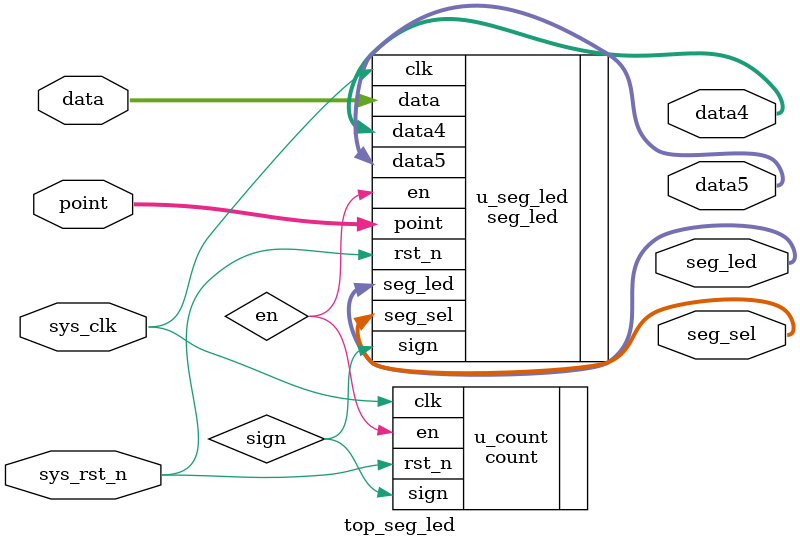
<source format=v>
/*================================================*\
		  Filename£ºtop_seg_led.v
			 Author£ºXuKunyao
	  Description£º¶¯Ì¬ÊýÂë¹ÜÄ£¿é
  Target Devices: XC6SLX16-2FTG256-2C
   Tool versions: ISE 14.6(nt64/P.68d) 
  			  Email£º905407267@qq.com
			Company£º
\*================================================*/

module top_seg_led(
    //global clock
    input wire         sys_clk  ,       // È«¾ÖÊ±ÖÓÐÅºÅ
    input wire         sys_rst_n,       // ¸´Î»ÐÅºÅ£¨µÍÓÐÐ§£©
    input wire [19:0]  data,     // ÊýÂë¹ÜÏÔÊ¾µÄÊýÖµ
    input wire [ 5:0]  point,                // ÊýÂë¹ÜÐ¡ÊýµãµÄÎ»ÖÃ
    
/**********************±¸ÓÃ¹¦ÄÜ*********************** 
    input wire [ 5:0]  point,                // ÊýÂë¹ÜÐ¡ÊýµãµÄÎ»ÖÃ
    input wire         en,                   // ÊýÂë¹ÜÏÔÊ¾Ê¹ÄÜÐÅºÅ
    input wire         sign,                 // ÊýÂë¹ÜÏÔÊ¾Êý¾ÝµÄ·ûºÅÎ»
*****************************************************/
    
    //seg_led interface
    output    [5:0]  seg_sel  ,       // ÊýÂë¹ÜÎ»Ñ¡ÐÅºÅ
    output    [7:0]  seg_led  ,        // ÊýÂë¹Ü¶ÎÑ¡ÐÅºÅ
    output    [3:0]  data4,          
    output    [3:0]  data5 
);

//*****************************************************
//**                    main code
//*****************************************************


//¼ÆÊýÆ÷Ä£¿é£¬²úÉúÊýÂë¹ÜÐèÒªÏÔÊ¾µÄÊý¾Ý
count u_count(
    .clk           (sys_clk  ),       // Ê±ÖÓÐÅºÅ
    .rst_n         (sys_rst_n),       // ¸´Î»ÐÅºÅ

    //.point         (point    ),     // Ð¡Êýµã¾ßÌåÏÔÊ¾µÄÎ»ÖÃ,¸ßµçÆ½ÓÐÐ§
    .en            (en       ),       // ÊýÂë¹ÜÊ¹ÄÜÐÅºÅ
    .sign          (sign     )        // ·ûºÅÎ»
);

//ÊýÂë¹Ü¶¯Ì¬ÏÔÊ¾Ä£¿é
seg_led u_seg_led(
    .clk           (sys_clk  ),       // Ê±ÖÓÐÅºÅ
    .rst_n         (sys_rst_n),       // ¸´Î»ÐÅºÅ

    .data          (data     ),       // ÏÔÊ¾µÄÊýÖµ
    .point         (point    ),       // Ð¡Êýµã¾ßÌåÏÔÊ¾µÄÎ»ÖÃ,¸ßµçÆ½ÓÐÐ§
    .en            (en       ),       // ÊýÂë¹ÜÊ¹ÄÜÐÅºÅ
    .sign          (sign     ),       // ·ûºÅÎ»£¬¸ßµçÆ½ÏÔÊ¾¸ººÅ(-)
    
    .seg_sel       (seg_sel  ),       // Î»Ñ¡
    .seg_led       (seg_led  ),       // ¶ÎÑ¡
    .data4         (data4),
    .data5         (data5)
);

endmodule
</source>
